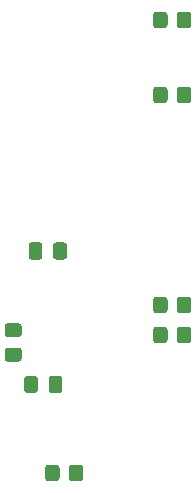
<source format=gbr>
%TF.GenerationSoftware,KiCad,Pcbnew,(5.1.9)-1*%
%TF.CreationDate,2021-05-22T07:09:12+01:00*%
%TF.ProjectId,RGBtoHDMI Amiga Denise DIP CPLD,52474274-6f48-4444-9d49-20416d696761,rev?*%
%TF.SameCoordinates,Original*%
%TF.FileFunction,Paste,Bot*%
%TF.FilePolarity,Positive*%
%FSLAX46Y46*%
G04 Gerber Fmt 4.6, Leading zero omitted, Abs format (unit mm)*
G04 Created by KiCad (PCBNEW (5.1.9)-1) date 2021-05-22 07:09:12*
%MOMM*%
%LPD*%
G01*
G04 APERTURE LIST*
G04 APERTURE END LIST*
%TO.C,R7*%
G36*
G01*
X165119000Y-69030001D02*
X165119000Y-68129999D01*
G75*
G02*
X165368999Y-67880000I249999J0D01*
G01*
X166069001Y-67880000D01*
G75*
G02*
X166319000Y-68129999I0J-249999D01*
G01*
X166319000Y-69030001D01*
G75*
G02*
X166069001Y-69280000I-249999J0D01*
G01*
X165368999Y-69280000D01*
G75*
G02*
X165119000Y-69030001I0J249999D01*
G01*
G37*
G36*
G01*
X163119000Y-69030001D02*
X163119000Y-68129999D01*
G75*
G02*
X163368999Y-67880000I249999J0D01*
G01*
X164069001Y-67880000D01*
G75*
G02*
X164319000Y-68129999I0J-249999D01*
G01*
X164319000Y-69030001D01*
G75*
G02*
X164069001Y-69280000I-249999J0D01*
G01*
X163368999Y-69280000D01*
G75*
G02*
X163119000Y-69030001I0J249999D01*
G01*
G37*
%TD*%
%TO.C,R6*%
G36*
G01*
X165119000Y-75380001D02*
X165119000Y-74479999D01*
G75*
G02*
X165368999Y-74230000I249999J0D01*
G01*
X166069001Y-74230000D01*
G75*
G02*
X166319000Y-74479999I0J-249999D01*
G01*
X166319000Y-75380001D01*
G75*
G02*
X166069001Y-75630000I-249999J0D01*
G01*
X165368999Y-75630000D01*
G75*
G02*
X165119000Y-75380001I0J249999D01*
G01*
G37*
G36*
G01*
X163119000Y-75380001D02*
X163119000Y-74479999D01*
G75*
G02*
X163368999Y-74230000I249999J0D01*
G01*
X164069001Y-74230000D01*
G75*
G02*
X164319000Y-74479999I0J-249999D01*
G01*
X164319000Y-75380001D01*
G75*
G02*
X164069001Y-75630000I-249999J0D01*
G01*
X163368999Y-75630000D01*
G75*
G02*
X163119000Y-75380001I0J249999D01*
G01*
G37*
%TD*%
%TO.C,R3*%
G36*
G01*
X165119000Y-95700001D02*
X165119000Y-94799999D01*
G75*
G02*
X165368999Y-94550000I249999J0D01*
G01*
X166069001Y-94550000D01*
G75*
G02*
X166319000Y-94799999I0J-249999D01*
G01*
X166319000Y-95700001D01*
G75*
G02*
X166069001Y-95950000I-249999J0D01*
G01*
X165368999Y-95950000D01*
G75*
G02*
X165119000Y-95700001I0J249999D01*
G01*
G37*
G36*
G01*
X163119000Y-95700001D02*
X163119000Y-94799999D01*
G75*
G02*
X163368999Y-94550000I249999J0D01*
G01*
X164069001Y-94550000D01*
G75*
G02*
X164319000Y-94799999I0J-249999D01*
G01*
X164319000Y-95700001D01*
G75*
G02*
X164069001Y-95950000I-249999J0D01*
G01*
X163368999Y-95950000D01*
G75*
G02*
X163119000Y-95700001I0J249999D01*
G01*
G37*
%TD*%
%TO.C,R2*%
G36*
G01*
X155975000Y-107384001D02*
X155975000Y-106483999D01*
G75*
G02*
X156224999Y-106234000I249999J0D01*
G01*
X156925001Y-106234000D01*
G75*
G02*
X157175000Y-106483999I0J-249999D01*
G01*
X157175000Y-107384001D01*
G75*
G02*
X156925001Y-107634000I-249999J0D01*
G01*
X156224999Y-107634000D01*
G75*
G02*
X155975000Y-107384001I0J249999D01*
G01*
G37*
G36*
G01*
X153975000Y-107384001D02*
X153975000Y-106483999D01*
G75*
G02*
X154224999Y-106234000I249999J0D01*
G01*
X154925001Y-106234000D01*
G75*
G02*
X155175000Y-106483999I0J-249999D01*
G01*
X155175000Y-107384001D01*
G75*
G02*
X154925001Y-107634000I-249999J0D01*
G01*
X154224999Y-107634000D01*
G75*
G02*
X153975000Y-107384001I0J249999D01*
G01*
G37*
%TD*%
%TO.C,R1*%
G36*
G01*
X165119000Y-93160001D02*
X165119000Y-92259999D01*
G75*
G02*
X165368999Y-92010000I249999J0D01*
G01*
X166069001Y-92010000D01*
G75*
G02*
X166319000Y-92259999I0J-249999D01*
G01*
X166319000Y-93160001D01*
G75*
G02*
X166069001Y-93410000I-249999J0D01*
G01*
X165368999Y-93410000D01*
G75*
G02*
X165119000Y-93160001I0J249999D01*
G01*
G37*
G36*
G01*
X163119000Y-93160001D02*
X163119000Y-92259999D01*
G75*
G02*
X163368999Y-92010000I249999J0D01*
G01*
X164069001Y-92010000D01*
G75*
G02*
X164319000Y-92259999I0J-249999D01*
G01*
X164319000Y-93160001D01*
G75*
G02*
X164069001Y-93410000I-249999J0D01*
G01*
X163368999Y-93410000D01*
G75*
G02*
X163119000Y-93160001I0J249999D01*
G01*
G37*
%TD*%
%TO.C,C4*%
G36*
G01*
X150782000Y-94260000D02*
X151732000Y-94260000D01*
G75*
G02*
X151982000Y-94510000I0J-250000D01*
G01*
X151982000Y-95185000D01*
G75*
G02*
X151732000Y-95435000I-250000J0D01*
G01*
X150782000Y-95435000D01*
G75*
G02*
X150532000Y-95185000I0J250000D01*
G01*
X150532000Y-94510000D01*
G75*
G02*
X150782000Y-94260000I250000J0D01*
G01*
G37*
G36*
G01*
X150782000Y-96335000D02*
X151732000Y-96335000D01*
G75*
G02*
X151982000Y-96585000I0J-250000D01*
G01*
X151982000Y-97260000D01*
G75*
G02*
X151732000Y-97510000I-250000J0D01*
G01*
X150782000Y-97510000D01*
G75*
G02*
X150532000Y-97260000I0J250000D01*
G01*
X150532000Y-96585000D01*
G75*
G02*
X150782000Y-96335000I250000J0D01*
G01*
G37*
%TD*%
%TO.C,C3*%
G36*
G01*
X153347000Y-98966000D02*
X153347000Y-99916000D01*
G75*
G02*
X153097000Y-100166000I-250000J0D01*
G01*
X152422000Y-100166000D01*
G75*
G02*
X152172000Y-99916000I0J250000D01*
G01*
X152172000Y-98966000D01*
G75*
G02*
X152422000Y-98716000I250000J0D01*
G01*
X153097000Y-98716000D01*
G75*
G02*
X153347000Y-98966000I0J-250000D01*
G01*
G37*
G36*
G01*
X155422000Y-98966000D02*
X155422000Y-99916000D01*
G75*
G02*
X155172000Y-100166000I-250000J0D01*
G01*
X154497000Y-100166000D01*
G75*
G02*
X154247000Y-99916000I0J250000D01*
G01*
X154247000Y-98966000D01*
G75*
G02*
X154497000Y-98716000I250000J0D01*
G01*
X155172000Y-98716000D01*
G75*
G02*
X155422000Y-98966000I0J-250000D01*
G01*
G37*
%TD*%
%TO.C,C2*%
G36*
G01*
X153728000Y-87663000D02*
X153728000Y-88613000D01*
G75*
G02*
X153478000Y-88863000I-250000J0D01*
G01*
X152803000Y-88863000D01*
G75*
G02*
X152553000Y-88613000I0J250000D01*
G01*
X152553000Y-87663000D01*
G75*
G02*
X152803000Y-87413000I250000J0D01*
G01*
X153478000Y-87413000D01*
G75*
G02*
X153728000Y-87663000I0J-250000D01*
G01*
G37*
G36*
G01*
X155803000Y-87663000D02*
X155803000Y-88613000D01*
G75*
G02*
X155553000Y-88863000I-250000J0D01*
G01*
X154878000Y-88863000D01*
G75*
G02*
X154628000Y-88613000I0J250000D01*
G01*
X154628000Y-87663000D01*
G75*
G02*
X154878000Y-87413000I250000J0D01*
G01*
X155553000Y-87413000D01*
G75*
G02*
X155803000Y-87663000I0J-250000D01*
G01*
G37*
%TD*%
M02*

</source>
